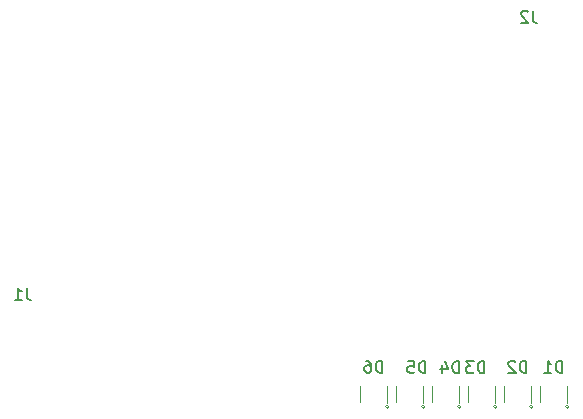
<source format=gbr>
G04 #@! TF.GenerationSoftware,KiCad,Pcbnew,7.0.2*
G04 #@! TF.CreationDate,2023-06-06T21:42:25-07:00*
G04 #@! TF.ProjectId,procon_gcc_button_board,70726f63-6f6e-45f6-9763-635f62757474,rev?*
G04 #@! TF.SameCoordinates,Original*
G04 #@! TF.FileFunction,Legend,Bot*
G04 #@! TF.FilePolarity,Positive*
%FSLAX46Y46*%
G04 Gerber Fmt 4.6, Leading zero omitted, Abs format (unit mm)*
G04 Created by KiCad (PCBNEW 7.0.2) date 2023-06-06 21:42:25*
%MOMM*%
%LPD*%
G01*
G04 APERTURE LIST*
%ADD10C,0.150000*%
%ADD11C,0.120000*%
%ADD12C,0.100000*%
G04 APERTURE END LIST*
D10*
X147112814Y-162436231D02*
X147112814Y-161436231D01*
X147112814Y-161436231D02*
X146874719Y-161436231D01*
X146874719Y-161436231D02*
X146731862Y-161483850D01*
X146731862Y-161483850D02*
X146636624Y-161579088D01*
X146636624Y-161579088D02*
X146589005Y-161674326D01*
X146589005Y-161674326D02*
X146541386Y-161864802D01*
X146541386Y-161864802D02*
X146541386Y-162007659D01*
X146541386Y-162007659D02*
X146589005Y-162198135D01*
X146589005Y-162198135D02*
X146636624Y-162293373D01*
X146636624Y-162293373D02*
X146731862Y-162388612D01*
X146731862Y-162388612D02*
X146874719Y-162436231D01*
X146874719Y-162436231D02*
X147112814Y-162436231D01*
X146160433Y-161531469D02*
X146112814Y-161483850D01*
X146112814Y-161483850D02*
X146017576Y-161436231D01*
X146017576Y-161436231D02*
X145779481Y-161436231D01*
X145779481Y-161436231D02*
X145684243Y-161483850D01*
X145684243Y-161483850D02*
X145636624Y-161531469D01*
X145636624Y-161531469D02*
X145589005Y-161626707D01*
X145589005Y-161626707D02*
X145589005Y-161721945D01*
X145589005Y-161721945D02*
X145636624Y-161864802D01*
X145636624Y-161864802D02*
X146208052Y-162436231D01*
X146208052Y-162436231D02*
X145589005Y-162436231D01*
X138571343Y-162458822D02*
X138571343Y-161458822D01*
X138571343Y-161458822D02*
X138333248Y-161458822D01*
X138333248Y-161458822D02*
X138190391Y-161506441D01*
X138190391Y-161506441D02*
X138095153Y-161601679D01*
X138095153Y-161601679D02*
X138047534Y-161696917D01*
X138047534Y-161696917D02*
X137999915Y-161887393D01*
X137999915Y-161887393D02*
X137999915Y-162030250D01*
X137999915Y-162030250D02*
X138047534Y-162220726D01*
X138047534Y-162220726D02*
X138095153Y-162315964D01*
X138095153Y-162315964D02*
X138190391Y-162411203D01*
X138190391Y-162411203D02*
X138333248Y-162458822D01*
X138333248Y-162458822D02*
X138571343Y-162458822D01*
X137095153Y-161458822D02*
X137571343Y-161458822D01*
X137571343Y-161458822D02*
X137618962Y-161935012D01*
X137618962Y-161935012D02*
X137571343Y-161887393D01*
X137571343Y-161887393D02*
X137476105Y-161839774D01*
X137476105Y-161839774D02*
X137238010Y-161839774D01*
X137238010Y-161839774D02*
X137142772Y-161887393D01*
X137142772Y-161887393D02*
X137095153Y-161935012D01*
X137095153Y-161935012D02*
X137047534Y-162030250D01*
X137047534Y-162030250D02*
X137047534Y-162268345D01*
X137047534Y-162268345D02*
X137095153Y-162363583D01*
X137095153Y-162363583D02*
X137142772Y-162411203D01*
X137142772Y-162411203D02*
X137238010Y-162458822D01*
X137238010Y-162458822D02*
X137476105Y-162458822D01*
X137476105Y-162458822D02*
X137571343Y-162411203D01*
X137571343Y-162411203D02*
X137618962Y-162363583D01*
X141409945Y-162480658D02*
X141409945Y-161480658D01*
X141409945Y-161480658D02*
X141171850Y-161480658D01*
X141171850Y-161480658D02*
X141028993Y-161528277D01*
X141028993Y-161528277D02*
X140933755Y-161623515D01*
X140933755Y-161623515D02*
X140886136Y-161718753D01*
X140886136Y-161718753D02*
X140838517Y-161909229D01*
X140838517Y-161909229D02*
X140838517Y-162052086D01*
X140838517Y-162052086D02*
X140886136Y-162242562D01*
X140886136Y-162242562D02*
X140933755Y-162337800D01*
X140933755Y-162337800D02*
X141028993Y-162433039D01*
X141028993Y-162433039D02*
X141171850Y-162480658D01*
X141171850Y-162480658D02*
X141409945Y-162480658D01*
X139981374Y-161813991D02*
X139981374Y-162480658D01*
X140219469Y-161433039D02*
X140457564Y-162147324D01*
X140457564Y-162147324D02*
X139838517Y-162147324D01*
X147653333Y-131796619D02*
X147653333Y-132510904D01*
X147653333Y-132510904D02*
X147700952Y-132653761D01*
X147700952Y-132653761D02*
X147796190Y-132749000D01*
X147796190Y-132749000D02*
X147939047Y-132796619D01*
X147939047Y-132796619D02*
X148034285Y-132796619D01*
X147224761Y-131891857D02*
X147177142Y-131844238D01*
X147177142Y-131844238D02*
X147081904Y-131796619D01*
X147081904Y-131796619D02*
X146843809Y-131796619D01*
X146843809Y-131796619D02*
X146748571Y-131844238D01*
X146748571Y-131844238D02*
X146700952Y-131891857D01*
X146700952Y-131891857D02*
X146653333Y-131987095D01*
X146653333Y-131987095D02*
X146653333Y-132082333D01*
X146653333Y-132082333D02*
X146700952Y-132225190D01*
X146700952Y-132225190D02*
X147272380Y-132796619D01*
X147272380Y-132796619D02*
X146653333Y-132796619D01*
X134920814Y-162436231D02*
X134920814Y-161436231D01*
X134920814Y-161436231D02*
X134682719Y-161436231D01*
X134682719Y-161436231D02*
X134539862Y-161483850D01*
X134539862Y-161483850D02*
X134444624Y-161579088D01*
X134444624Y-161579088D02*
X134397005Y-161674326D01*
X134397005Y-161674326D02*
X134349386Y-161864802D01*
X134349386Y-161864802D02*
X134349386Y-162007659D01*
X134349386Y-162007659D02*
X134397005Y-162198135D01*
X134397005Y-162198135D02*
X134444624Y-162293373D01*
X134444624Y-162293373D02*
X134539862Y-162388612D01*
X134539862Y-162388612D02*
X134682719Y-162436231D01*
X134682719Y-162436231D02*
X134920814Y-162436231D01*
X133492243Y-161436231D02*
X133682719Y-161436231D01*
X133682719Y-161436231D02*
X133777957Y-161483850D01*
X133777957Y-161483850D02*
X133825576Y-161531469D01*
X133825576Y-161531469D02*
X133920814Y-161674326D01*
X133920814Y-161674326D02*
X133968433Y-161864802D01*
X133968433Y-161864802D02*
X133968433Y-162245754D01*
X133968433Y-162245754D02*
X133920814Y-162340992D01*
X133920814Y-162340992D02*
X133873195Y-162388612D01*
X133873195Y-162388612D02*
X133777957Y-162436231D01*
X133777957Y-162436231D02*
X133587481Y-162436231D01*
X133587481Y-162436231D02*
X133492243Y-162388612D01*
X133492243Y-162388612D02*
X133444624Y-162340992D01*
X133444624Y-162340992D02*
X133397005Y-162245754D01*
X133397005Y-162245754D02*
X133397005Y-162007659D01*
X133397005Y-162007659D02*
X133444624Y-161912421D01*
X133444624Y-161912421D02*
X133492243Y-161864802D01*
X133492243Y-161864802D02*
X133587481Y-161817183D01*
X133587481Y-161817183D02*
X133777957Y-161817183D01*
X133777957Y-161817183D02*
X133873195Y-161864802D01*
X133873195Y-161864802D02*
X133920814Y-161912421D01*
X133920814Y-161912421D02*
X133968433Y-162007659D01*
X143549814Y-162480658D02*
X143549814Y-161480658D01*
X143549814Y-161480658D02*
X143311719Y-161480658D01*
X143311719Y-161480658D02*
X143168862Y-161528277D01*
X143168862Y-161528277D02*
X143073624Y-161623515D01*
X143073624Y-161623515D02*
X143026005Y-161718753D01*
X143026005Y-161718753D02*
X142978386Y-161909229D01*
X142978386Y-161909229D02*
X142978386Y-162052086D01*
X142978386Y-162052086D02*
X143026005Y-162242562D01*
X143026005Y-162242562D02*
X143073624Y-162337800D01*
X143073624Y-162337800D02*
X143168862Y-162433039D01*
X143168862Y-162433039D02*
X143311719Y-162480658D01*
X143311719Y-162480658D02*
X143549814Y-162480658D01*
X142645052Y-161480658D02*
X142026005Y-161480658D01*
X142026005Y-161480658D02*
X142359338Y-161861610D01*
X142359338Y-161861610D02*
X142216481Y-161861610D01*
X142216481Y-161861610D02*
X142121243Y-161909229D01*
X142121243Y-161909229D02*
X142073624Y-161956848D01*
X142073624Y-161956848D02*
X142026005Y-162052086D01*
X142026005Y-162052086D02*
X142026005Y-162290181D01*
X142026005Y-162290181D02*
X142073624Y-162385419D01*
X142073624Y-162385419D02*
X142121243Y-162433039D01*
X142121243Y-162433039D02*
X142216481Y-162480658D01*
X142216481Y-162480658D02*
X142502195Y-162480658D01*
X142502195Y-162480658D02*
X142597433Y-162433039D01*
X142597433Y-162433039D02*
X142645052Y-162385419D01*
X150160814Y-162436231D02*
X150160814Y-161436231D01*
X150160814Y-161436231D02*
X149922719Y-161436231D01*
X149922719Y-161436231D02*
X149779862Y-161483850D01*
X149779862Y-161483850D02*
X149684624Y-161579088D01*
X149684624Y-161579088D02*
X149637005Y-161674326D01*
X149637005Y-161674326D02*
X149589386Y-161864802D01*
X149589386Y-161864802D02*
X149589386Y-162007659D01*
X149589386Y-162007659D02*
X149637005Y-162198135D01*
X149637005Y-162198135D02*
X149684624Y-162293373D01*
X149684624Y-162293373D02*
X149779862Y-162388612D01*
X149779862Y-162388612D02*
X149922719Y-162436231D01*
X149922719Y-162436231D02*
X150160814Y-162436231D01*
X148637005Y-162436231D02*
X149208433Y-162436231D01*
X148922719Y-162436231D02*
X148922719Y-161436231D01*
X148922719Y-161436231D02*
X149017957Y-161579088D01*
X149017957Y-161579088D02*
X149113195Y-161674326D01*
X149113195Y-161674326D02*
X149208433Y-161721945D01*
X104798053Y-155263863D02*
X104798053Y-155978148D01*
X104798053Y-155978148D02*
X104845672Y-156121005D01*
X104845672Y-156121005D02*
X104940910Y-156216244D01*
X104940910Y-156216244D02*
X105083767Y-156263863D01*
X105083767Y-156263863D02*
X105179005Y-156263863D01*
X103798053Y-156263863D02*
X104369481Y-156263863D01*
X104083767Y-156263863D02*
X104083767Y-155263863D01*
X104083767Y-155263863D02*
X104179005Y-155406720D01*
X104179005Y-155406720D02*
X104274243Y-155501958D01*
X104274243Y-155501958D02*
X104369481Y-155549577D01*
D11*
X145214720Y-164959612D02*
X145214720Y-163559612D01*
X147534720Y-163559612D02*
X147534720Y-164970812D01*
D12*
X147686804Y-165326412D02*
G75*
G03*
X147686804Y-165326412I-143684J0D01*
G01*
D11*
X136070720Y-164959612D02*
X136070720Y-163559612D01*
X138390720Y-163559612D02*
X138390720Y-164970812D01*
D12*
X138542804Y-165326412D02*
G75*
G03*
X138542804Y-165326412I-143684J0D01*
G01*
D11*
X139118720Y-164959612D02*
X139118720Y-163559612D01*
X141438720Y-163559612D02*
X141438720Y-164970812D01*
D12*
X141590804Y-165326412D02*
G75*
G03*
X141590804Y-165326412I-143684J0D01*
G01*
D11*
X133022720Y-164959612D02*
X133022720Y-163559612D01*
X135342720Y-163559612D02*
X135342720Y-164970812D01*
D12*
X135494804Y-165326412D02*
G75*
G03*
X135494804Y-165326412I-143684J0D01*
G01*
D11*
X142166720Y-164959612D02*
X142166720Y-163559612D01*
X144486720Y-163559612D02*
X144486720Y-164970812D01*
D12*
X144638804Y-165326412D02*
G75*
G03*
X144638804Y-165326412I-143684J0D01*
G01*
D11*
X148262720Y-164959612D02*
X148262720Y-163559612D01*
X150582720Y-163559612D02*
X150582720Y-164970812D01*
D12*
X150734804Y-165326412D02*
G75*
G03*
X150734804Y-165326412I-143684J0D01*
G01*
M02*

</source>
